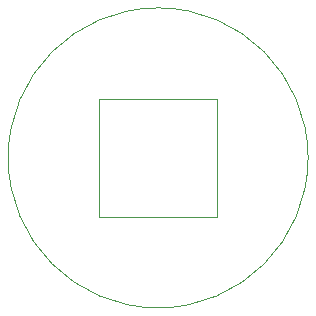
<source format=gbr>
%TF.GenerationSoftware,KiCad,Pcbnew,7.0.7*%
%TF.CreationDate,2024-01-18T12:22:39-05:00*%
%TF.ProjectId,LED_board,4c45445f-626f-4617-9264-2e6b69636164,rev?*%
%TF.SameCoordinates,Original*%
%TF.FileFunction,Profile,NP*%
%FSLAX46Y46*%
G04 Gerber Fmt 4.6, Leading zero omitted, Abs format (unit mm)*
G04 Created by KiCad (PCBNEW 7.0.7) date 2024-01-18 12:22:39*
%MOMM*%
%LPD*%
G01*
G04 APERTURE LIST*
%TA.AperFunction,Profile*%
%ADD10C,0.100000*%
%TD*%
G04 APERTURE END LIST*
D10*
X95000000Y-95000000D02*
X105000000Y-95000000D01*
X105000000Y-105000000D01*
X95000000Y-105000000D01*
X95000000Y-95000000D01*
X112700000Y-100000000D02*
G75*
G03*
X112700000Y-100000000I-12700000J0D01*
G01*
M02*

</source>
